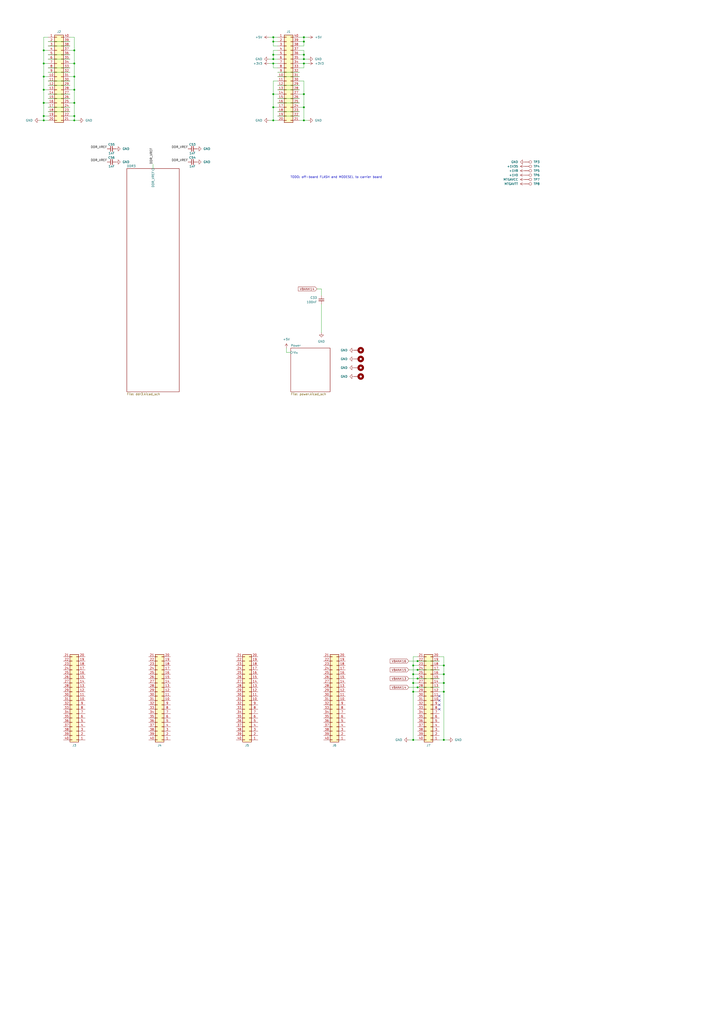
<source format=kicad_sch>
(kicad_sch (version 20250114) (generator "eeschema") (generator_version "9.0")
  (paper "A2" portrait)
  (title_block (title "Main"))
  (lib_symbols
    (symbol "Connector:TestPoint" (pin_numbers (hide yes)) (pin_names (offset 0.762) (hide yes))
      (property "Reference" "TP" (at 0 6.858 0))
      (property "Value" "TestPoint" (at 0 5.08 0))
      (symbol "TestPoint_0_1"
        (circle (center 0 3.302) (radius 0.762))
      )
      (symbol "TestPoint_1_1"
        (pin passive line (at 0 0 90) (length 2.54) (name "1") (number "1"))
      )
    )
    (symbol "Connector_Generic:Conn_02x20_Counter_Clockwise" (pin_names (offset 1.016) (hide yes))
      (property "Reference" "J" (at 1.27 25.4 0))
      (property "Value" "Conn_02x20_Counter_Clockwise" (at 1.27 -27.94 0))
      (symbol "Conn_02x20_Counter_Clockwise_1_1"
        (rectangle (start -1.27 24.13) (end 3.81 -26.67) (stroke (width 0.254)) (fill (type background)))
        (rectangle (start -1.27 22.987) (end 0 22.733) (stroke (width 0.1524)))
        (rectangle (start -1.27 20.447) (end 0 20.193) (stroke (width 0.1524)))
        (rectangle (start -1.27 17.907) (end 0 17.653) (stroke (width 0.1524)))
        (rectangle (start -1.27 15.367) (end 0 15.113) (stroke (width 0.1524)))
        (rectangle (start -1.27 12.827) (end 0 12.573) (stroke (width 0.1524)))
        (rectangle (start -1.27 10.287) (end 0 10.033) (stroke (width 0.1524)))
        (rectangle (start -1.27 7.747) (end 0 7.493) (stroke (width 0.1524)))
        (rectangle (start -1.27 5.207) (end 0 4.953) (stroke (width 0.1524)))
        (rectangle (start -1.27 2.667) (end 0 2.413) (stroke (width 0.1524)))
        (rectangle (start -1.27 0.127) (end 0 -0.127) (stroke (width 0.1524)))
        (rectangle (start -1.27 -2.413) (end 0 -2.667) (stroke (width 0.1524)))
        (rectangle (start -1.27 -4.953) (end 0 -5.207) (stroke (width 0.1524)))
        (rectangle (start -1.27 -7.493) (end 0 -7.747) (stroke (width 0.1524)))
        (rectangle (start -1.27 -10.033) (end 0 -10.287) (stroke (width 0.1524)))
        (rectangle (start -1.27 -12.573) (end 0 -12.827) (stroke (width 0.1524)))
        (rectangle (start -1.27 -15.113) (end 0 -15.367) (stroke (width 0.1524)))
        (rectangle (start -1.27 -17.653) (end 0 -17.907) (stroke (width 0.1524)))
        (rectangle (start -1.27 -20.193) (end 0 -20.447) (stroke (width 0.1524)))
        (rectangle (start -1.27 -22.733) (end 0 -22.987) (stroke (width 0.1524)))
        (rectangle (start -1.27 -25.273) (end 0 -25.527) (stroke (width 0.1524)))
        (rectangle (start 3.81 22.987) (end 2.54 22.733) (stroke (width 0.1524)))
        (rectangle (start 3.81 20.447) (end 2.54 20.193) (stroke (width 0.1524)))
        (rectangle (start 3.81 17.907) (end 2.54 17.653) (stroke (width 0.1524)))
        (rectangle (start 3.81 15.367) (end 2.54 15.113) (stroke (width 0.1524)))
        (rectangle (start 3.81 12.827) (end 2.54 12.573) (stroke (width 0.1524)))
        (rectangle (start 3.81 10.287) (end 2.54 10.033) (stroke (width 0.1524)))
        (rectangle (start 3.81 7.747) (end 2.54 7.493) (stroke (width 0.1524)))
        (rectangle (start 3.81 5.207) (end 2.54 4.953) (stroke (width 0.1524)))
        (rectangle (start 3.81 2.667) (end 2.54 2.413) (stroke (width 0.1524)))
        (rectangle (start 3.81 0.127) (end 2.54 -0.127) (stroke (width 0.1524)))
        (rectangle (start 3.81 -2.413) (end 2.54 -2.667) (stroke (width 0.1524)))
        (rectangle (start 3.81 -4.953) (end 2.54 -5.207) (stroke (width 0.1524)))
        (rectangle (start 3.81 -7.493) (end 2.54 -7.747) (stroke (width 0.1524)))
        (rectangle (start 3.81 -10.033) (end 2.54 -10.287) (stroke (width 0.1524)))
        (rectangle (start 3.81 -12.573) (end 2.54 -12.827) (stroke (width 0.1524)))
        (rectangle (start 3.81 -15.113) (end 2.54 -15.367) (stroke (width 0.1524)))
        (rectangle (start 3.81 -17.653) (end 2.54 -17.907) (stroke (width 0.1524)))
        (rectangle (start 3.81 -20.193) (end 2.54 -20.447) (stroke (width 0.1524)))
        (rectangle (start 3.81 -22.733) (end 2.54 -22.987) (stroke (width 0.1524)))
        (rectangle (start 3.81 -25.273) (end 2.54 -25.527) (stroke (width 0.1524)))
        (pin passive line (at -5.08 22.86 0) (length 3.81) (name "Pin_1") (number "1"))
        (pin passive line (at -5.08 20.32 0) (length 3.81) (name "Pin_2") (number "2"))
        (pin passive line (at -5.08 17.78 0) (length 3.81) (name "Pin_3") (number "3"))
        (pin passive line (at -5.08 15.24 0) (length 3.81) (name "Pin_4") (number "4"))
        (pin passive line (at -5.08 12.7 0) (length 3.81) (name "Pin_5") (number "5"))
        (pin passive line (at -5.08 10.16 0) (length 3.81) (name "Pin_6") (number "6"))
        (pin passive line (at -5.08 7.62 0) (length 3.81) (name "Pin_7") (number "7"))
        (pin passive line (at -5.08 5.08 0) (length 3.81) (name "Pin_8") (number "8"))
        (pin passive line (at -5.08 2.54 0) (length 3.81) (name "Pin_9") (number "9"))
        (pin passive line (at -5.08 0 0) (length 3.81) (name "Pin_10") (number "10"))
        (pin passive line (at -5.08 -2.54 0) (length 3.81) (name "Pin_11") (number "11"))
        (pin passive line (at -5.08 -5.08 0) (length 3.81) (name "Pin_12") (number "12"))
        (pin passive line (at -5.08 -7.62 0) (length 3.81) (name "Pin_13") (number "13"))
        (pin passive line (at -5.08 -10.16 0) (length 3.81) (name "Pin_14") (number "14"))
        (pin passive line (at -5.08 -12.7 0) (length 3.81) (name "Pin_15") (number "15"))
        (pin passive line (at -5.08 -15.24 0) (length 3.81) (name "Pin_16") (number "16"))
        (pin passive line (at -5.08 -17.78 0) (length 3.81) (name "Pin_17") (number "17"))
        (pin passive line (at -5.08 -20.32 0) (length 3.81) (name "Pin_18") (number "18"))
        (pin passive line (at -5.08 -22.86 0) (length 3.81) (name "Pin_19") (number "19"))
        (pin passive line (at -5.08 -25.4 0) (length 3.81) (name "Pin_20") (number "20"))
        (pin passive line (at 7.62 22.86 180) (length 3.81) (name "Pin_40") (number "40"))
        (pin passive line (at 7.62 20.32 180) (length 3.81) (name "Pin_39") (number "39"))
        (pin passive line (at 7.62 17.78 180) (length 3.81) (name "Pin_38") (number "38"))
        (pin passive line (at 7.62 15.24 180) (length 3.81) (name "Pin_37") (number "37"))
        (pin passive line (at 7.62 12.7 180) (length 3.81) (name "Pin_36") (number "36"))
        (pin passive line (at 7.62 10.16 180) (length 3.81) (name "Pin_35") (number "35"))
        (pin passive line (at 7.62 7.62 180) (length 3.81) (name "Pin_34") (number "34"))
        (pin passive line (at 7.62 5.08 180) (length 3.81) (name "Pin_33") (number "33"))
        (pin passive line (at 7.62 2.54 180) (length 3.81) (name "Pin_32") (number "32"))
        (pin passive line (at 7.62 0 180) (length 3.81) (name "Pin_31") (number "31"))
        (pin passive line (at 7.62 -2.54 180) (length 3.81) (name "Pin_30") (number "30"))
        (pin passive line (at 7.62 -5.08 180) (length 3.81) (name "Pin_29") (number "29"))
        (pin passive line (at 7.62 -7.62 180) (length 3.81) (name "Pin_28") (number "28"))
        (pin passive line (at 7.62 -10.16 180) (length 3.81) (name "Pin_27") (number "27"))
        (pin passive line (at 7.62 -12.7 180) (length 3.81) (name "Pin_26") (number "26"))
        (pin passive line (at 7.62 -15.24 180) (length 3.81) (name "Pin_25") (number "25"))
        (pin passive line (at 7.62 -17.78 180) (length 3.81) (name "Pin_24") (number "24"))
        (pin passive line (at 7.62 -20.32 180) (length 3.81) (name "Pin_23") (number "23"))
        (pin passive line (at 7.62 -22.86 180) (length 3.81) (name "Pin_22") (number "22"))
        (pin passive line (at 7.62 -25.4 180) (length 3.81) (name "Pin_21") (number "21"))
      )
    )
    (symbol "Device:C_Small" (pin_numbers (hide yes)) (pin_names (offset 0.254) (hide yes))
      (property "Reference" "C" (at 0.254 1.778 0))
      (property "Value" "C_Small" (at 0.254 -2.032 0))
      (symbol "C_Small_0_1"
        (polyline (pts (xy -1.524 0.508) (xy 1.524 0.508)) (stroke (width 0.3048)))
        (polyline (pts (xy -1.524 -0.508) (xy 1.524 -0.508)) (stroke (width 0.3302)))
      )
      (symbol "C_Small_1_1"
        (pin passive line (at 0 2.54 270) (length 2.032) (name "~") (number "1"))
        (pin passive line (at 0 -2.54 90) (length 2.032) (name "~") (number "2"))
      )
    )
    (symbol "Mechanical:MountingHole_Pad" (pin_numbers (hide yes)) (pin_names (offset 1.016) (hide yes))
      (property "Reference" "H" (at 0 6.35 0))
      (property "Value" "MountingHole_Pad" (at 0 4.445 0))
      (symbol "MountingHole_Pad_0_1"
        (circle (center 0 1.27) (radius 1.27) (stroke (width 1.27)))
      )
      (symbol "MountingHole_Pad_1_1"
        (pin input line (at 0 -2.54 90) (length 2.54) (name "1") (number "1"))
      )
    )
    (symbol "power:+1V0" (power) (pin_numbers (hide yes)) (pin_names (offset 0) (hide yes))
      (property "Value" "+1V0" (at 0 3.556 0))
      (symbol "+1V0_0_1"
        (polyline (pts (xy -0.762 1.27) (xy 0 2.54)))
        (polyline (pts (xy 0 2.54) (xy 0.762 1.27)))
        (polyline (pts (xy 0 0) (xy 0 2.54)))
      )
      (symbol "+1V0_1_1"
        (pin power_in line (at 0 0 90) (length 0) (name "~") (number "1"))
      )
    )
    (symbol "power:+1V35" (power) (pin_numbers (hide yes)) (pin_names (offset 0) (hide yes))
      (property "Value" "+1V35" (at 0 3.556 0))
      (symbol "+1V35_0_1"
        (polyline (pts (xy -0.762 1.27) (xy 0 2.54)))
        (polyline (pts (xy 0 2.54) (xy 0.762 1.27)))
        (polyline (pts (xy 0 0) (xy 0 2.54)))
      )
      (symbol "+1V35_1_1"
        (pin power_in line (at 0 0 90) (length 0) (name "~") (number "1"))
      )
    )
    (symbol "power:+1V8" (power) (pin_numbers (hide yes)) (pin_names (offset 0) (hide yes))
      (property "Value" "+1V8" (at 0 3.556 0))
      (symbol "+1V8_0_1"
        (polyline (pts (xy -0.762 1.27) (xy 0 2.54)))
        (polyline (pts (xy 0 2.54) (xy 0.762 1.27)))
        (polyline (pts (xy 0 0) (xy 0 2.54)))
      )
      (symbol "+1V8_1_1"
        (pin power_in line (at 0 0 90) (length 0) (name "~") (number "1"))
      )
    )
    (symbol "power:+3V3" (power) (pin_numbers (hide yes)) (pin_names (offset 0) (hide yes))
      (property "Value" "+3V3" (at 0 3.556 0))
      (symbol "+3V3_0_1"
        (polyline (pts (xy -0.762 1.27) (xy 0 2.54)))
        (polyline (pts (xy 0 2.54) (xy 0.762 1.27)))
        (polyline (pts (xy 0 0) (xy 0 2.54)))
      )
      (symbol "+3V3_1_1"
        (pin power_in line (at 0 0 90) (length 0) (name "~") (number "1"))
      )
    )
    (symbol "power:+5V" (power) (pin_numbers (hide yes)) (pin_names (offset 0) (hide yes))
      (property "Value" "+5V" (at 0 3.556 0))
      (symbol "+5V_0_1"
        (polyline (pts (xy -0.762 1.27) (xy 0 2.54)))
        (polyline (pts (xy 0 2.54) (xy 0.762 1.27)))
        (polyline (pts (xy 0 0) (xy 0 2.54)))
      )
      (symbol "+5V_1_1"
        (pin power_in line (at 0 0 90) (length 0) (name "~") (number "1"))
      )
    )
    (symbol "power:GND" (power) (pin_numbers (hide yes)) (pin_names (offset 0) (hide yes))
      (property "Value" "GND" (at 0 -3.81 0))
      (symbol "GND_0_1"
        (polyline (pts (xy 0 0) (xy 0 -1.27) (xy 1.27 -1.27) (xy 0 -2.54) (xy -1.27 -1.27) (xy 0 -1.27)))
      )
      (symbol "GND_1_1"
        (pin power_in line (at 0 0 270) (length 0) (name "~") (number "1"))
      )
    )
    (symbol "power:VAA" (power) (pin_numbers (hide yes)) (pin_names (offset 0) (hide yes))
      (property "Value" "VAA" (at 0 3.556 0))
      (symbol "VAA_0_1"
        (polyline (pts (xy -0.762 1.27) (xy 0 2.54)))
        (polyline (pts (xy 0 2.54) (xy 0.762 1.27)))
        (polyline (pts (xy 0 0) (xy 0 2.54)))
      )
      (symbol "VAA_1_1"
        (pin power_in line (at 0 0 90) (length 0) (name "~") (number "1"))
      )
    )
  )
  (text "TODO: off-board FLASH and MODESEL to carrier board" (at 195.326 102.87 0) (effects (font (size 1.27 1.27))))
  (junction (at 176.53 54.61))
  (junction (at 240.03 396.24))
  (junction (at 176.53 34.29))
  (junction (at 257.81 396.24))
  (junction (at 240.03 401.32))
  (junction (at 242.57 388.62))
  (junction (at 158.75 24.13))
  (junction (at 257.81 401.32))
  (junction (at 158.75 31.75))
  (junction (at 25.4 44.45))
  (junction (at 176.53 36.83))
  (junction (at 158.75 62.23))
  (junction (at 25.4 67.31))
  (junction (at 240.03 429.26))
  (junction (at 176.53 62.23))
  (junction (at 43.18 52.07))
  (junction (at 43.18 36.83))
  (junction (at 43.18 29.21))
  (junction (at 25.4 29.21))
  (junction (at 257.81 429.26))
  (junction (at 242.57 383.54))
  (junction (at 240.03 391.16))
  (junction (at 176.53 69.85))
  (junction (at 43.18 44.45))
  (junction (at 176.53 31.75))
  (junction (at 25.4 69.85))
  (junction (at 158.75 36.83))
  (junction (at 25.4 36.83))
  (junction (at 158.75 54.61))
  (junction (at 158.75 21.59))
  (junction (at 158.75 69.85))
  (junction (at 240.03 386.08))
  (junction (at 43.18 59.69))
  (junction (at 25.4 52.07))
  (junction (at 25.4 59.69))
  (junction (at 242.57 393.7))
  (junction (at 158.75 34.29))
  (junction (at 43.18 67.31))
  (junction (at 257.81 386.08))
  (junction (at 176.53 24.13))
  (junction (at 43.18 69.85))
  (junction (at 176.53 21.59))
  (junction (at 257.81 391.16))
  (junction (at 242.57 398.78))
  (no_connect (at 255.27 411.48))
  (no_connect (at 255.27 406.4))
  (no_connect (at 255.27 403.86))
  (no_connect (at 255.27 408.94))
  (wire (pts (xy 158.75 31.75) (xy 158.75 34.29)))
  (wire (pts (xy 25.4 44.45) (xy 27.94 44.45)))
  (wire (pts (xy 173.99 62.23) (xy 176.53 62.23)))
  (wire (pts (xy 257.81 429.26) (xy 257.81 401.32)))
  (wire (pts (xy 158.75 21.59) (xy 158.75 24.13)))
  (wire (pts (xy 27.94 26.67) (xy 40.64 26.67)))
  (wire (pts (xy 237.49 393.7) (xy 242.57 393.7)))
  (wire (pts (xy 27.94 54.61) (xy 40.64 54.61)))
  (wire (pts (xy 173.99 46.99) (xy 176.53 46.99)))
  (wire (pts (xy 242.57 398.78) (xy 255.27 398.78)))
  (wire (pts (xy 257.81 391.16) (xy 257.81 386.08)))
  (wire (pts (xy 158.75 36.83) (xy 161.29 36.83)))
  (wire (pts (xy 43.18 67.31) (xy 40.64 67.31)))
  (wire (pts (xy 237.49 383.54) (xy 242.57 383.54)))
  (wire (pts (xy 161.29 44.45) (xy 173.99 44.45)))
  (wire (pts (xy 158.75 46.99) (xy 158.75 54.61)))
  (wire (pts (xy 43.18 59.69) (xy 43.18 67.31)))
  (wire (pts (xy 176.53 31.75) (xy 176.53 29.21)))
  (wire (pts (xy 25.4 36.83) (xy 27.94 36.83)))
  (wire (pts (xy 176.53 21.59) (xy 173.99 21.59)))
  (wire (pts (xy 43.18 69.85) (xy 45.72 69.85)))
  (wire (pts (xy 25.4 69.85) (xy 25.4 67.31)))
  (wire (pts (xy 161.29 64.77) (xy 173.99 64.77)))
  (wire (pts (xy 237.49 388.62) (xy 242.57 388.62)))
  (wire (pts (xy 176.53 54.61) (xy 176.53 62.23)))
  (wire (pts (xy 240.03 401.32) (xy 240.03 396.24)))
  (wire (pts (xy 156.21 69.85) (xy 158.75 69.85)))
  (wire (pts (xy 43.18 44.45) (xy 40.64 44.45)))
  (wire (pts (xy 27.94 39.37) (xy 40.64 39.37)))
  (wire (pts (xy 158.75 36.83) (xy 158.75 39.37)))
  (wire (pts (xy 176.53 46.99) (xy 176.53 54.61)))
  (wire (pts (xy 240.03 396.24) (xy 242.57 396.24)))
  (wire (pts (xy 158.75 21.59) (xy 161.29 21.59)))
  (wire (pts (xy 25.4 44.45) (xy 25.4 52.07)))
  (wire (pts (xy 25.4 59.69) (xy 25.4 67.31)))
  (wire (pts (xy 179.07 34.29) (xy 176.53 34.29)))
  (wire (pts (xy 25.4 67.31) (xy 27.94 67.31)))
  (wire (pts (xy 43.18 59.69) (xy 40.64 59.69)))
  (wire (pts (xy 240.03 381) (xy 242.57 381)))
  (wire (pts (xy 240.03 391.16) (xy 240.03 386.08)))
  (wire (pts (xy 179.07 21.59) (xy 176.53 21.59)))
  (wire (pts (xy 186.69 176.53) (xy 186.69 193.04)))
  (wire (pts (xy 158.75 24.13) (xy 161.29 24.13)))
  (wire (pts (xy 161.29 69.85) (xy 158.75 69.85)))
  (wire (pts (xy 257.81 401.32) (xy 257.81 396.24)))
  (wire (pts (xy 176.53 26.67) (xy 173.99 26.67)))
  (wire (pts (xy 158.75 34.29) (xy 161.29 34.29)))
  (wire (pts (xy 161.29 29.21) (xy 158.75 29.21)))
  (wire (pts (xy 176.53 36.83) (xy 176.53 39.37)))
  (wire (pts (xy 176.53 31.75) (xy 173.99 31.75)))
  (wire (pts (xy 240.03 429.26) (xy 240.03 401.32)))
  (wire (pts (xy 240.03 386.08) (xy 242.57 386.08)))
  (wire (pts (xy 27.94 46.99) (xy 40.64 46.99)))
  (wire (pts (xy 158.75 62.23) (xy 161.29 62.23)))
  (wire (pts (xy 176.53 21.59) (xy 176.53 24.13)))
  (wire (pts (xy 179.07 36.83) (xy 176.53 36.83)))
  (wire (pts (xy 257.81 396.24) (xy 255.27 396.24)))
  (wire (pts (xy 176.53 62.23) (xy 176.53 69.85)))
  (wire (pts (xy 161.29 41.91) (xy 173.99 41.91)))
  (wire (pts (xy 156.21 21.59) (xy 158.75 21.59)))
  (wire (pts (xy 158.75 54.61) (xy 158.75 62.23)))
  (wire (pts (xy 257.81 386.08) (xy 255.27 386.08)))
  (wire (pts (xy 27.94 31.75) (xy 40.64 31.75)))
  (wire (pts (xy 166.37 201.93) (xy 166.37 204.47)))
  (wire (pts (xy 43.18 44.45) (xy 43.18 52.07)))
  (wire (pts (xy 176.53 36.83) (xy 173.99 36.83)))
  (wire (pts (xy 27.94 57.15) (xy 40.64 57.15)))
  (wire (pts (xy 25.4 59.69) (xy 27.94 59.69)))
  (wire (pts (xy 237.49 398.78) (xy 242.57 398.78)))
  (wire (pts (xy 43.18 29.21) (xy 43.18 36.83)))
  (wire (pts (xy 43.18 52.07) (xy 43.18 59.69)))
  (wire (pts (xy 237.49 429.26) (xy 240.03 429.26)))
  (wire (pts (xy 43.18 36.83) (xy 40.64 36.83)))
  (wire (pts (xy 257.81 386.08) (xy 257.81 381)))
  (wire (pts (xy 158.75 26.67) (xy 161.29 26.67)))
  (wire (pts (xy 184.15 167.64) (xy 186.69 167.64)))
  (wire (pts (xy 173.99 69.85) (xy 176.53 69.85)))
  (wire (pts (xy 156.21 36.83) (xy 158.75 36.83)))
  (wire (pts (xy 173.99 54.61) (xy 176.53 54.61)))
  (wire (pts (xy 240.03 386.08) (xy 240.03 381)))
  (wire (pts (xy 257.81 401.32) (xy 255.27 401.32)))
  (wire (pts (xy 186.69 167.64) (xy 186.69 171.45)))
  (wire (pts (xy 25.4 21.59) (xy 25.4 29.21)))
  (wire (pts (xy 40.64 21.59) (xy 43.18 21.59)))
  (wire (pts (xy 161.29 52.07) (xy 173.99 52.07)))
  (wire (pts (xy 242.57 388.62) (xy 255.27 388.62)))
  (wire (pts (xy 176.53 29.21) (xy 173.99 29.21)))
  (wire (pts (xy 257.81 429.26) (xy 260.35 429.26)))
  (wire (pts (xy 27.94 49.53) (xy 40.64 49.53)))
  (wire (pts (xy 161.29 59.69) (xy 173.99 59.69)))
  (wire (pts (xy 257.81 381) (xy 255.27 381)))
  (wire (pts (xy 240.03 401.32) (xy 242.57 401.32)))
  (wire (pts (xy 255.27 429.26) (xy 257.81 429.26)))
  (wire (pts (xy 242.57 383.54) (xy 255.27 383.54)))
  (wire (pts (xy 158.75 24.13) (xy 158.75 26.67)))
  (wire (pts (xy 156.21 34.29) (xy 158.75 34.29)))
  (wire (pts (xy 176.53 24.13) (xy 176.53 26.67)))
  (wire (pts (xy 27.94 69.85) (xy 25.4 69.85)))
  (wire (pts (xy 27.94 24.13) (xy 40.64 24.13)))
  (wire (pts (xy 25.4 52.07) (xy 25.4 59.69)))
  (wire (pts (xy 176.53 34.29) (xy 176.53 31.75)))
  (wire (pts (xy 158.75 29.21) (xy 158.75 31.75)))
  (wire (pts (xy 166.37 204.47) (xy 168.91 204.47)))
  (wire (pts (xy 240.03 429.26) (xy 242.57 429.26)))
  (wire (pts (xy 242.57 393.7) (xy 255.27 393.7)))
  (wire (pts (xy 43.18 69.85) (xy 43.18 67.31)))
  (wire (pts (xy 27.94 21.59) (xy 25.4 21.59)))
  (wire (pts (xy 27.94 34.29) (xy 40.64 34.29)))
  (wire (pts (xy 158.75 54.61) (xy 161.29 54.61)))
  (wire (pts (xy 27.94 41.91) (xy 40.64 41.91)))
  (wire (pts (xy 240.03 396.24) (xy 240.03 391.16)))
  (wire (pts (xy 240.03 391.16) (xy 242.57 391.16)))
  (wire (pts (xy 158.75 46.99) (xy 161.29 46.99)))
  (wire (pts (xy 176.53 69.85) (xy 179.07 69.85)))
  (wire (pts (xy 161.29 49.53) (xy 173.99 49.53)))
  (wire (pts (xy 40.64 69.85) (xy 43.18 69.85)))
  (wire (pts (xy 43.18 36.83) (xy 43.18 44.45)))
  (wire (pts (xy 43.18 52.07) (xy 40.64 52.07)))
  (wire (pts (xy 25.4 29.21) (xy 25.4 36.83)))
  (wire (pts (xy 257.81 391.16) (xy 255.27 391.16)))
  (wire (pts (xy 88.9 95.25) (xy 88.9 97.79)))
  (wire (pts (xy 161.29 67.31) (xy 173.99 67.31)))
  (wire (pts (xy 158.75 62.23) (xy 158.75 69.85)))
  (wire (pts (xy 158.75 31.75) (xy 161.29 31.75)))
  (wire (pts (xy 257.81 396.24) (xy 257.81 391.16)))
  (wire (pts (xy 27.94 62.23) (xy 40.64 62.23)))
  (wire (pts (xy 22.86 69.85) (xy 25.4 69.85)))
  (wire (pts (xy 43.18 21.59) (xy 43.18 29.21)))
  (wire (pts (xy 173.99 34.29) (xy 176.53 34.29)))
  (wire (pts (xy 25.4 52.07) (xy 27.94 52.07)))
  (wire (pts (xy 158.75 39.37) (xy 161.29 39.37)))
  (wire (pts (xy 25.4 29.21) (xy 27.94 29.21)))
  (wire (pts (xy 43.18 29.21) (xy 40.64 29.21)))
  (wire (pts (xy 176.53 24.13) (xy 173.99 24.13)))
  (wire (pts (xy 161.29 57.15) (xy 173.99 57.15)))
  (wire (pts (xy 176.53 39.37) (xy 173.99 39.37)))
  (wire (pts (xy 27.94 64.77) (xy 40.64 64.77)))
  (wire (pts (xy 25.4 36.83) (xy 25.4 44.45)))
  (label "DDR_VREF" (at 62.23 86.36 180))
  (label "DDR_VREF" (at 109.22 93.98 180))
  (label "DDR_VREF" (at 88.9 95.25 90))
  (label "DDR_VREF" (at 109.22 86.36 180))
  (label "DDR_VREF" (at 62.23 93.98 180))
  (global_label "VBANK16" (shape input) (at 237.49 383.54 180) (property "Intersheetrefs" "${INTERSHEET_REFS}" (effects (hide yes))))
  (global_label "VBANK14" (shape input) (at 237.49 398.78 180) (property "Intersheetrefs" "${INTERSHEET_REFS}" (effects (hide yes))))
  (global_label "VBANK13" (shape input) (at 237.49 393.7 180) (property "Intersheetrefs" "${INTERSHEET_REFS}" (effects (hide yes))))
  (global_label "VBANK15" (shape input) (at 237.49 388.62 180) (property "Intersheetrefs" "${INTERSHEET_REFS}" (effects (hide yes))))
  (global_label "VBANK14" (shape input) (at 184.15 167.64 180) (property "Intersheetrefs" "${INTERSHEET_REFS}" (effects (hide yes))))
  (symbol (lib_id "power:GND") (at 260.35 429.26 90) (unit 1)
    (property "Reference" "#PWR021" (effects (hide yes)))
    (property "Value" "GND" (at 264.16 429.2599 90) (effects (justify right)))
    (property "Description" "Power symbol creates a global label with name \"GND\" , ground" (effects (hide yes)))
  )
  (symbol (lib_id "Device:C_Small") (at 64.77 93.98 90) (unit 1)
    (property "Reference" "C56" (at 64.77 91.44 90))
    (property "Value" "1nF" (at 64.77 96.52 90))
    (property "Footprint" "Capacitor_SMD:C_0402_1005Metric" (effects (hide yes)))
    (property "Description" "Unpolarized capacitor, small symbol" (effects (hide yes)))
  )
  (symbol (lib_id "power:+3V3") (at 179.07 36.83 270) (mirror x) (unit 1)
    (property "Reference" "#PWR067" (effects (hide yes)))
    (property "Value" "+3V3" (at 182.88 36.8299 90) (effects (justify left)))
    (property "Description" "Power symbol creates a global label with name \"+3V3\"" (effects (hide yes)))
  )
  (symbol (lib_id "power:GND") (at 179.07 69.85 90) (unit 1)
    (property "Reference" "#PWR068" (effects (hide yes)))
    (property "Value" "GND" (at 182.88 69.8499 90) (effects (justify right)))
    (property "Description" "Power symbol creates a global label with name \"GND\" , ground" (effects (hide yes)))
  )
  (symbol (lib_id "Connector_Generic:Conn_02x20_Counter_Clockwise") (at 195.58 406.4 180) (unit 1)
    (property "Reference" "J6" (at 194.31 432.435 0))
    (property "Value" "Conn_02x20_Counter_Clockwise" (effects (hide yes)))
    (property "Footprint" "Mezzanine:YXT-BB10-40P-02" (effects (hide yes)))
    (property "Description" "Generic connector, double row, 02x20, counter clockwise pin numbering scheme (similar to DIP package numbering), script generated (kicad-library-utils/schlib/autogen/connector/)" (effects (hide yes)))
  )
  (symbol (lib_id "Connector:TestPoint") (at 304.8 96.52 270) (unit 1)
    (property "Reference" "TP4" (at 309.88 96.5199 90) (effects (justify left)))
    (property "Value" "TestPoint" (effects (hide yes)))
    (property "Footprint" "TestPoint:TestPoint_Pad_D1.0mm" (effects (hide yes)))
    (property "Description" "test point" (effects (hide yes)))
  )
  (symbol (lib_id "power:GND") (at 237.49 429.26 270) (unit 1)
    (property "Reference" "#PWR020" (effects (hide yes)))
    (property "Value" "GND" (at 233.68 429.2599 90) (effects (justify right)))
    (property "Description" "Power symbol creates a global label with name \"GND\" , ground" (effects (hide yes)))
  )
  (symbol (lib_id "power:GND") (at 205.74 203.2 270) (unit 1)
    (property "Reference" "#PWR035" (effects (hide yes)))
    (property "Value" "GND" (at 201.93 203.1999 90) (effects (justify right)))
    (property "Description" "Power symbol creates a global label with name \"GND\" , ground" (effects (hide yes)))
  )
  (symbol (lib_id "Device:C_Small") (at 111.76 93.98 90) (unit 1)
    (property "Reference" "C54" (at 111.76 91.44 90))
    (property "Value" "1nF" (at 111.76 96.52 90))
    (property "Footprint" "Capacitor_SMD:C_0402_1005Metric" (effects (hide yes)))
    (property "Description" "Unpolarized capacitor, small symbol" (effects (hide yes)))
  )
  (symbol (lib_id "Connector:TestPoint") (at 304.8 93.98 270) (unit 1)
    (property "Reference" "TP3" (at 309.88 93.9799 90) (effects (justify left)))
    (property "Value" "TestPoint" (effects (hide yes)))
    (property "Footprint" "TestPoint:TestPoint_Pad_D1.0mm" (effects (hide yes)))
    (property "Description" "test point" (effects (hide yes)))
  )
  (symbol (lib_id "power:GND") (at 205.74 218.44 270) (unit 1)
    (property "Reference" "#PWR038" (effects (hide yes)))
    (property "Value" "GND" (at 201.93 218.4399 90) (effects (justify right)))
    (property "Description" "Power symbol creates a global label with name \"GND\" , ground" (effects (hide yes)))
  )
  (symbol (lib_id "Device:C_Small") (at 186.69 173.99 0) (mirror y) (unit 1)
    (property "Reference" "C33" (at 184.15 172.72 0) (effects (justify left)))
    (property "Value" "100nF" (at 184.15 175.26 0) (effects (justify left)))
    (property "Footprint" "Capacitor_SMD:C_0402_1005Metric" (effects (hide yes)))
    (property "Description" "Unpolarized capacitor, small symbol" (effects (hide yes)))
  )
  (symbol (lib_id "Connector:TestPoint") (at 304.8 104.14 270) (unit 1)
    (property "Reference" "TP7" (at 309.88 104.1399 90) (effects (justify left)))
    (property "Value" "TestPoint" (effects (hide yes)))
    (property "Footprint" "TestPoint:TestPoint_Pad_D1.0mm" (effects (hide yes)))
    (property "Description" "test point" (effects (hide yes)))
  )
  (symbol (lib_id "Connector_Generic:Conn_02x20_Counter_Clockwise") (at 166.37 44.45 0) (unit 1)
    (property "Reference" "J1" (at 167.64 18.415 0))
    (property "Value" "Conn_02x20_Counter_Clockwise" (effects (hide yes)))
    (property "Footprint" "Mezzanine:YXT-BB10-40P-02" (effects (hide yes)))
    (property "Description" "Generic connector, double row, 02x20, counter clockwise pin numbering scheme (similar to DIP package numbering), script generated (kicad-library-utils/schlib/autogen/connector/)" (effects (hide yes)))
  )
  (symbol (lib_id "power:GND") (at 156.21 34.29 270) (unit 1)
    (property "Reference" "#PWR055" (effects (hide yes)))
    (property "Value" "GND" (at 152.4 34.2899 90) (effects (justify right)))
    (property "Description" "Power symbol creates a global label with name \"GND\" , ground" (effects (hide yes)))
  )
  (symbol (lib_id "Mechanical:MountingHole_Pad") (at 208.28 208.28 270) (unit 1)
    (property "Reference" "H2" (effects (hide yes)))
    (property "Value" "MountingHole_Pad" (effects (hide yes)))
    (property "Footprint" "MountingHole:MountingHole_2.2mm_M2_DIN965_Pad" (effects (hide yes)))
    (property "Description" "Mounting Hole with connection" (effects (hide yes)))
  )
  (symbol (lib_id "power:GND") (at 205.74 208.28 270) (unit 1)
    (property "Reference" "#PWR036" (effects (hide yes)))
    (property "Value" "GND" (at 201.93 208.2799 90) (effects (justify right)))
    (property "Description" "Power symbol creates a global label with name \"GND\" , ground" (effects (hide yes)))
  )
  (symbol (lib_id "power:+1V8") (at 304.8 99.06 90) (unit 1)
    (property "Reference" "#PWR044" (effects (hide yes)))
    (property "Value" "+1V8" (at 300.99 99.0599 90) (effects (justify left)))
    (property "Description" "Power symbol creates a global label with name \"+1V8\"" (effects (hide yes)))
  )
  (symbol (lib_id "power:GND") (at 67.31 86.36 90) (unit 1)
    (property "Reference" "#PWR042" (effects (hide yes)))
    (property "Value" "GND" (at 71.12 86.3599 90) (effects (justify right)))
    (property "Description" "Power symbol creates a global label with name \"GND\" , ground" (effects (hide yes)))
  )
  (symbol (lib_id "Device:C_Small") (at 111.76 86.36 90) (unit 1)
    (property "Reference" "C53" (at 111.76 83.82 90))
    (property "Value" "1nF" (at 111.76 88.9 90))
    (property "Footprint" "Capacitor_SMD:C_0402_1005Metric" (effects (hide yes)))
    (property "Description" "Unpolarized capacitor, small symbol" (effects (hide yes)))
  )
  (symbol (lib_id "power:VAA") (at 304.8 104.14 90) (unit 1)
    (property "Reference" "#PWR039" (effects (hide yes)))
    (property "Value" "MTGAVCC" (at 300.99 104.1399 90) (effects (justify left)))
    (property "Description" "Power symbol creates a global label with name \"MTGAVCC\"" (effects (hide yes)))
  )
  (symbol (lib_id "Connector:TestPoint") (at 304.8 99.06 270) (unit 1)
    (property "Reference" "TP5" (at 309.88 99.0599 90) (effects (justify left)))
    (property "Value" "TestPoint" (effects (hide yes)))
    (property "Footprint" "TestPoint:TestPoint_Pad_D1.0mm" (effects (hide yes)))
    (property "Description" "test point" (effects (hide yes)))
  )
  (symbol (lib_id "power:+1V35") (at 304.8 96.52 90) (unit 1)
    (property "Reference" "#PWR045" (effects (hide yes)))
    (property "Value" "+1V35" (at 300.99 96.5199 90) (effects (justify left)))
    (property "Description" "Power symbol creates a global label with name \"+1V35\"" (effects (hide yes)))
  )
  (symbol (lib_id "Connector:TestPoint") (at 304.8 106.68 270) (unit 1)
    (property "Reference" "TP8" (at 309.88 106.6799 90) (effects (justify left)))
    (property "Value" "TestPoint" (effects (hide yes)))
    (property "Footprint" "TestPoint:TestPoint_Pad_D1.0mm" (effects (hide yes)))
    (property "Description" "test point" (effects (hide yes)))
  )
  (symbol (lib_id "power:+5V") (at 179.07 21.59 270) (mirror x) (unit 1)
    (property "Reference" "#PWR053" (effects (hide yes)))
    (property "Value" "+5V" (at 182.88 21.5899 90) (effects (justify left)))
    (property "Description" "Power symbol creates a global label with name \"+5V\"" (effects (hide yes)))
  )
  (symbol (lib_id "power:GND") (at 67.31 93.98 90) (unit 1)
    (property "Reference" "#PWR043" (effects (hide yes)))
    (property "Value" "GND" (at 71.12 93.9799 90) (effects (justify right)))
    (property "Description" "Power symbol creates a global label with name \"GND\" , ground" (effects (hide yes)))
  )
  (symbol (lib_id "Mechanical:MountingHole_Pad") (at 208.28 213.36 270) (unit 1)
    (property "Reference" "H3" (effects (hide yes)))
    (property "Value" "MountingHole_Pad" (effects (hide yes)))
    (property "Footprint" "MountingHole:MountingHole_2.2mm_M2_DIN965_Pad" (effects (hide yes)))
    (property "Description" "Mounting Hole with connection" (effects (hide yes)))
  )
  (symbol (lib_id "power:GND") (at 179.07 34.29 90) (unit 1)
    (property "Reference" "#PWR054" (effects (hide yes)))
    (property "Value" "GND" (at 182.88 34.2899 90) (effects (justify right)))
    (property "Description" "Power symbol creates a global label with name \"GND\" , ground" (effects (hide yes)))
  )
  (symbol (lib_id "power:+5V") (at 156.21 21.59 90) (unit 1)
    (property "Reference" "#PWR050" (effects (hide yes)))
    (property "Value" "+5V" (at 152.4 21.5899 90) (effects (justify left)))
    (property "Description" "Power symbol creates a global label with name \"+5V\"" (effects (hide yes)))
  )
  (symbol (lib_id "Connector_Generic:Conn_02x20_Counter_Clockwise") (at 93.98 406.4 180) (unit 1)
    (property "Reference" "J4" (at 92.71 432.435 0))
    (property "Value" "Conn_02x20_Counter_Clockwise" (effects (hide yes)))
    (property "Footprint" "Mezzanine:YXT-BB10-40P-02" (effects (hide yes)))
    (property "Description" "Generic connector, double row, 02x20, counter clockwise pin numbering scheme (similar to DIP package numbering), script generated (kicad-library-utils/schlib/autogen/connector/)" (effects (hide yes)))
  )
  (symbol (lib_id "Connector_Generic:Conn_02x20_Counter_Clockwise") (at 250.19 406.4 180) (unit 1)
    (property "Reference" "J7" (at 248.92 432.435 0))
    (property "Value" "Conn_02x20_Counter_Clockwise" (effects (hide yes)))
    (property "Footprint" "Mezzanine:YXT-BB10-40P-02" (effects (hide yes)))
    (property "Description" "Generic connector, double row, 02x20, counter clockwise pin numbering scheme (similar to DIP package numbering), script generated (kicad-library-utils/schlib/autogen/connector/)" (effects (hide yes)))
  )
  (symbol (lib_id "power:GND") (at 304.8 93.98 270) (unit 1)
    (property "Reference" "#PWR080" (effects (hide yes)))
    (property "Value" "GND" (at 300.99 93.9799 90) (effects (justify right)))
    (property "Description" "Power symbol creates a global label with name \"GND\" , ground" (effects (hide yes)))
  )
  (symbol (lib_id "power:GND") (at 156.21 69.85 270) (unit 1)
    (property "Reference" "#PWR069" (effects (hide yes)))
    (property "Value" "GND" (at 152.4 69.8499 90) (effects (justify right)))
    (property "Description" "Power symbol creates a global label with name \"GND\" , ground" (effects (hide yes)))
  )
  (symbol (lib_id "power:VAA") (at 304.8 106.68 90) (unit 1)
    (property "Reference" "#PWR081" (effects (hide yes)))
    (property "Value" "MTGAVTT" (at 300.99 106.6799 90) (effects (justify left)))
    (property "Description" "Power symbol creates a global label with name \"MTGAVTT\"" (effects (hide yes)))
  )
  (symbol (lib_id "power:GND") (at 22.86 69.85 270) (unit 1)
    (property "Reference" "#PWR073" (effects (hide yes)))
    (property "Value" "GND" (at 19.05 69.8499 90) (effects (justify right)))
    (property "Description" "Power symbol creates a global label with name \"GND\" , ground" (effects (hide yes)))
  )
  (symbol (lib_id "Connector_Generic:Conn_02x20_Counter_Clockwise") (at 33.02 44.45 0) (unit 1)
    (property "Reference" "J2" (at 34.29 18.415 0))
    (property "Value" "Conn_02x20_Counter_Clockwise" (effects (hide yes)))
    (property "Footprint" "Mezzanine:YXT-BB10-40P-02" (effects (hide yes)))
    (property "Description" "Generic connector, double row, 02x20, counter clockwise pin numbering scheme (similar to DIP package numbering), script generated (kicad-library-utils/schlib/autogen/connector/)" (effects (hide yes)))
  )
  (symbol (lib_id "Connector:TestPoint") (at 304.8 101.6 270) (unit 1)
    (property "Reference" "TP6" (at 309.88 101.5999 90) (effects (justify left)))
    (property "Value" "TestPoint" (effects (hide yes)))
    (property "Footprint" "TestPoint:TestPoint_Pad_D1.0mm" (effects (hide yes)))
    (property "Description" "test point" (effects (hide yes)))
  )
  (symbol (lib_id "power:+5V") (at 166.37 201.93 0) (mirror y) (unit 1)
    (property "Reference" "#PWR049" (effects (hide yes)))
    (property "Value" "+5V" (at 166.37 196.85 0))
    (property "Description" "Power symbol creates a global label with name \"+5V\"" (effects (hide yes)))
  )
  (symbol (lib_id "Device:C_Small") (at 64.77 86.36 90) (unit 1)
    (property "Reference" "C55" (at 64.77 83.82 90))
    (property "Value" "1nF" (at 64.77 88.9 90))
    (property "Footprint" "Capacitor_SMD:C_0402_1005Metric" (effects (hide yes)))
    (property "Description" "Unpolarized capacitor, small symbol" (effects (hide yes)))
  )
  (symbol (lib_id "power:GND") (at 205.74 213.36 270) (unit 1)
    (property "Reference" "#PWR037" (effects (hide yes)))
    (property "Value" "GND" (at 201.93 213.3599 90) (effects (justify right)))
    (property "Description" "Power symbol creates a global label with name \"GND\" , ground" (effects (hide yes)))
  )
  (symbol (lib_id "Connector_Generic:Conn_02x20_Counter_Clockwise") (at 144.78 406.4 180) (unit 1)
    (property "Reference" "J5" (at 143.51 432.435 0))
    (property "Value" "Conn_02x20_Counter_Clockwise" (effects (hide yes)))
    (property "Footprint" "Mezzanine:YXT-BB10-40P-02" (effects (hide yes)))
    (property "Description" "Generic connector, double row, 02x20, counter clockwise pin numbering scheme (similar to DIP package numbering), script generated (kicad-library-utils/schlib/autogen/connector/)" (effects (hide yes)))
  )
  (symbol (lib_id "power:+1V0") (at 304.8 101.6 90) (unit 1)
    (property "Reference" "#PWR019" (effects (hide yes)))
    (property "Value" "+1V0" (at 300.99 101.5999 90) (effects (justify left)))
    (property "Description" "Power symbol creates a global label with name \"+1V0\"" (effects (hide yes)))
  )
  (symbol (lib_id "power:+3V3") (at 156.21 36.83 90) (unit 1)
    (property "Reference" "#PWR066" (effects (hide yes)))
    (property "Value" "+3V3" (at 152.4 36.8299 90) (effects (justify left)))
    (property "Description" "Power symbol creates a global label with name \"+3V3\"" (effects (hide yes)))
  )
  (symbol (lib_id "power:GND") (at 114.3 86.36 90) (unit 1)
    (property "Reference" "#PWR040" (effects (hide yes)))
    (property "Value" "GND" (at 118.11 86.3599 90) (effects (justify right)))
    (property "Description" "Power symbol creates a global label with name \"GND\" , ground" (effects (hide yes)))
  )
  (symbol (lib_id "Connector_Generic:Conn_02x20_Counter_Clockwise") (at 44.45 406.4 180) (unit 1)
    (property "Reference" "J3" (at 43.18 432.435 0))
    (property "Value" "Conn_02x20_Counter_Clockwise" (effects (hide yes)))
    (property "Footprint" "Mezzanine:YXT-BB10-40P-02" (effects (hide yes)))
    (property "Description" "Generic connector, double row, 02x20, counter clockwise pin numbering scheme (similar to DIP package numbering), script generated (kicad-library-utils/schlib/autogen/connector/)" (effects (hide yes)))
  )
  (symbol (lib_id "Mechanical:MountingHole_Pad") (at 208.28 203.2 270) (unit 1)
    (property "Reference" "H1" (effects (hide yes)))
    (property "Value" "MountingHole_Pad" (effects (hide yes)))
    (property "Footprint" "MountingHole:MountingHole_2.2mm_M2_DIN965_Pad" (effects (hide yes)))
    (property "Description" "Mounting Hole with connection" (effects (hide yes)))
  )
  (symbol (lib_id "power:GND") (at 114.3 93.98 90) (unit 1)
    (property "Reference" "#PWR041" (effects (hide yes)))
    (property "Value" "GND" (at 118.11 93.9799 90) (effects (justify right)))
    (property "Description" "Power symbol creates a global label with name \"GND\" , ground" (effects (hide yes)))
  )
  (symbol (lib_id "power:GND") (at 45.72 69.85 90) (unit 1)
    (property "Reference" "#PWR074" (effects (hide yes)))
    (property "Value" "GND" (at 49.53 69.8499 90) (effects (justify right)))
    (property "Description" "Power symbol creates a global label with name \"GND\" , ground" (effects (hide yes)))
  )
  (symbol (lib_id "Mechanical:MountingHole_Pad") (at 208.28 218.44 270) (unit 1)
    (property "Reference" "H4" (effects (hide yes)))
    (property "Value" "MountingHole_Pad" (effects (hide yes)))
    (property "Footprint" "MountingHole:MountingHole_2.2mm_M2_DIN965_Pad" (effects (hide yes)))
    (property "Description" "Mounting Hole with connection" (effects (hide yes)))
  )
  (symbol (lib_id "power:GND") (at 186.69 193.04 0) (unit 1)
    (property "Reference" "#PWR022" (effects (hide yes)))
    (property "Value" "GND" (at 186.69 198.12 0))
    (property "Description" "Power symbol creates a global label with name \"GND\" , ground" (effects (hide yes)))
  )
  (sheet (at 73.66 97.79) (size 30.48 129.54) (stroke (width 0.1524))
    (property "Sheetname" "DDR3" (at 73.66 97.0784 0) (effects (justify left bottom)))
    (property "Sheetfile" "ddr3.kicad_sch" (at 73.66 227.9146 0) (effects (justify left top)))
    (pin "DDR_VREF" input (at 88.9 97.79 90))
  )
  (sheet (at 168.91 201.93) (size 22.86 25.4) (stroke (width 0.1524))
    (property "Sheetname" "Power" (at 168.91 201.2184 0) (effects (justify left bottom)))
    (property "Sheetfile" "power.kicad_sch" (at 168.91 227.9146 0) (effects (justify left top)))
    (pin "V_{in}" input (at 168.91 204.47 180))
  )
)
</source>
